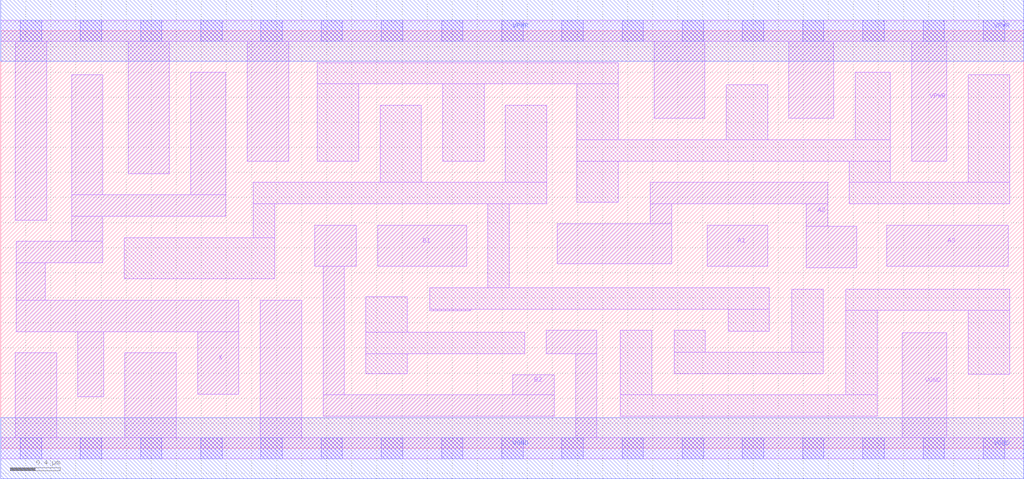
<source format=lef>
# Copyright 2020 The SkyWater PDK Authors
#
# Licensed under the Apache License, Version 2.0 (the "License");
# you may not use this file except in compliance with the License.
# You may obtain a copy of the License at
#
#     https://www.apache.org/licenses/LICENSE-2.0
#
# Unless required by applicable law or agreed to in writing, software
# distributed under the License is distributed on an "AS IS" BASIS,
# WITHOUT WARRANTIES OR CONDITIONS OF ANY KIND, either express or implied.
# See the License for the specific language governing permissions and
# limitations under the License.
#
# SPDX-License-Identifier: Apache-2.0

VERSION 5.7 ;
  NAMESCASESENSITIVE ON ;
  NOWIREEXTENSIONATPIN ON ;
  DIVIDERCHAR "/" ;
  BUSBITCHARS "[]" ;
UNITS
  DATABASE MICRONS 200 ;
END UNITS
MACRO sky130_fd_sc_ms__a32o_4
  CLASS CORE ;
  SOURCE USER ;
  FOREIGN sky130_fd_sc_ms__a32o_4 ;
  ORIGIN  0.000000  0.000000 ;
  SIZE  8.160000 BY  3.330000 ;
  SYMMETRY X Y ;
  SITE unit ;
  PIN A1
    ANTENNAGATEAREA  0.552000 ;
    DIRECTION INPUT ;
    USE SIGNAL ;
    PORT
      LAYER li1 ;
        RECT 5.635000 1.450000 6.115000 1.780000 ;
    END
  END A1
  PIN A2
    ANTENNAGATEAREA  0.552000 ;
    DIRECTION INPUT ;
    USE SIGNAL ;
    PORT
      LAYER li1 ;
        RECT 4.440000 1.470000 5.350000 1.790000 ;
        RECT 5.180000 1.790000 5.350000 1.950000 ;
        RECT 5.180000 1.950000 6.595000 2.120000 ;
        RECT 6.425000 1.440000 6.825000 1.770000 ;
        RECT 6.425000 1.770000 6.595000 1.950000 ;
    END
  END A2
  PIN A3
    ANTENNAGATEAREA  0.552000 ;
    DIRECTION INPUT ;
    USE SIGNAL ;
    PORT
      LAYER li1 ;
        RECT 7.065000 1.450000 8.035000 1.780000 ;
    END
  END A3
  PIN B1
    ANTENNAGATEAREA  0.552000 ;
    DIRECTION INPUT ;
    USE SIGNAL ;
    PORT
      LAYER li1 ;
        RECT 3.005000 1.450000 3.715000 1.780000 ;
    END
  END B1
  PIN B2
    ANTENNAGATEAREA  0.552000 ;
    DIRECTION INPUT ;
    USE SIGNAL ;
    PORT
      LAYER li1 ;
        RECT 2.505000 1.450000 2.835000 1.780000 ;
        RECT 2.570000 0.255000 4.415000 0.425000 ;
        RECT 2.570000 0.425000 2.740000 1.450000 ;
        RECT 4.085000 0.425000 4.415000 0.585000 ;
    END
  END B2
  PIN X
    ANTENNADIFFAREA  1.030300 ;
    DIRECTION OUTPUT ;
    USE SIGNAL ;
    PORT
      LAYER li1 ;
        RECT 0.125000 0.930000 1.900000 1.180000 ;
        RECT 0.125000 1.180000 0.355000 1.480000 ;
        RECT 0.125000 1.480000 0.815000 1.650000 ;
        RECT 0.565000 1.650000 0.815000 1.850000 ;
        RECT 0.565000 1.850000 1.795000 2.020000 ;
        RECT 0.565000 2.020000 0.815000 2.980000 ;
        RECT 0.615000 0.410000 0.820000 0.930000 ;
        RECT 1.515000 2.020000 1.795000 3.000000 ;
        RECT 1.570000 0.430000 1.900000 0.930000 ;
    END
  END X
  PIN VGND
    DIRECTION INOUT ;
    USE GROUND ;
    PORT
      LAYER li1 ;
        RECT 0.000000 -0.085000 8.160000 0.085000 ;
        RECT 0.115000  0.085000 0.445000 0.760000 ;
        RECT 0.990000  0.085000 1.400000 0.760000 ;
        RECT 2.070000  0.085000 2.400000 1.180000 ;
        RECT 4.350000  0.755000 4.755000 0.940000 ;
        RECT 4.585000  0.085000 4.755000 0.755000 ;
        RECT 7.190000  0.085000 7.545000 0.920000 ;
      LAYER mcon ;
        RECT 0.155000 -0.085000 0.325000 0.085000 ;
        RECT 0.635000 -0.085000 0.805000 0.085000 ;
        RECT 1.115000 -0.085000 1.285000 0.085000 ;
        RECT 1.595000 -0.085000 1.765000 0.085000 ;
        RECT 2.075000 -0.085000 2.245000 0.085000 ;
        RECT 2.555000 -0.085000 2.725000 0.085000 ;
        RECT 3.035000 -0.085000 3.205000 0.085000 ;
        RECT 3.515000 -0.085000 3.685000 0.085000 ;
        RECT 3.995000 -0.085000 4.165000 0.085000 ;
        RECT 4.475000 -0.085000 4.645000 0.085000 ;
        RECT 4.955000 -0.085000 5.125000 0.085000 ;
        RECT 5.435000 -0.085000 5.605000 0.085000 ;
        RECT 5.915000 -0.085000 6.085000 0.085000 ;
        RECT 6.395000 -0.085000 6.565000 0.085000 ;
        RECT 6.875000 -0.085000 7.045000 0.085000 ;
        RECT 7.355000 -0.085000 7.525000 0.085000 ;
        RECT 7.835000 -0.085000 8.005000 0.085000 ;
      LAYER met1 ;
        RECT 0.000000 -0.245000 8.160000 0.245000 ;
    END
  END VGND
  PIN VPWR
    DIRECTION INOUT ;
    USE POWER ;
    PORT
      LAYER li1 ;
        RECT 0.000000 3.245000 8.160000 3.415000 ;
        RECT 0.115000 1.820000 0.365000 3.245000 ;
        RECT 1.015000 2.190000 1.345000 3.245000 ;
        RECT 1.965000 2.290000 2.295000 3.245000 ;
        RECT 5.210000 2.630000 5.615000 3.245000 ;
        RECT 6.285000 2.630000 6.645000 3.245000 ;
        RECT 7.265000 2.290000 7.545000 3.245000 ;
      LAYER mcon ;
        RECT 0.155000 3.245000 0.325000 3.415000 ;
        RECT 0.635000 3.245000 0.805000 3.415000 ;
        RECT 1.115000 3.245000 1.285000 3.415000 ;
        RECT 1.595000 3.245000 1.765000 3.415000 ;
        RECT 2.075000 3.245000 2.245000 3.415000 ;
        RECT 2.555000 3.245000 2.725000 3.415000 ;
        RECT 3.035000 3.245000 3.205000 3.415000 ;
        RECT 3.515000 3.245000 3.685000 3.415000 ;
        RECT 3.995000 3.245000 4.165000 3.415000 ;
        RECT 4.475000 3.245000 4.645000 3.415000 ;
        RECT 4.955000 3.245000 5.125000 3.415000 ;
        RECT 5.435000 3.245000 5.605000 3.415000 ;
        RECT 5.915000 3.245000 6.085000 3.415000 ;
        RECT 6.395000 3.245000 6.565000 3.415000 ;
        RECT 6.875000 3.245000 7.045000 3.415000 ;
        RECT 7.355000 3.245000 7.525000 3.415000 ;
        RECT 7.835000 3.245000 8.005000 3.415000 ;
      LAYER met1 ;
        RECT 0.000000 3.085000 8.160000 3.575000 ;
    END
  END VPWR
  OBS
    LAYER li1 ;
      RECT 0.985000 1.350000 2.185000 1.680000 ;
      RECT 2.015000 1.680000 2.185000 1.950000 ;
      RECT 2.015000 1.950000 4.355000 2.120000 ;
      RECT 2.525000 2.290000 2.855000 2.905000 ;
      RECT 2.525000 2.905000 4.925000 3.075000 ;
      RECT 2.910000 0.595000 3.240000 0.755000 ;
      RECT 2.910000 0.755000 4.180000 0.925000 ;
      RECT 2.910000 0.925000 3.240000 1.210000 ;
      RECT 3.025000 2.120000 3.355000 2.735000 ;
      RECT 3.420000 1.095000 3.750000 1.110000 ;
      RECT 3.420000 1.110000 6.130000 1.280000 ;
      RECT 3.525000 2.290000 3.855000 2.905000 ;
      RECT 3.885000 1.280000 4.055000 1.950000 ;
      RECT 4.025000 2.120000 4.355000 2.735000 ;
      RECT 4.595000 1.960000 4.925000 2.290000 ;
      RECT 4.595000 2.290000 7.095000 2.460000 ;
      RECT 4.595000 2.460000 4.925000 2.905000 ;
      RECT 4.940000 0.255000 6.990000 0.425000 ;
      RECT 4.940000 0.425000 5.190000 0.940000 ;
      RECT 5.370000 0.595000 6.560000 0.765000 ;
      RECT 5.370000 0.765000 5.620000 0.940000 ;
      RECT 5.785000 2.460000 6.115000 2.900000 ;
      RECT 5.800000 0.935000 6.130000 1.110000 ;
      RECT 6.310000 0.765000 6.560000 1.270000 ;
      RECT 6.740000 0.425000 6.990000 1.100000 ;
      RECT 6.740000 1.100000 8.045000 1.270000 ;
      RECT 6.765000 1.950000 8.045000 2.120000 ;
      RECT 6.765000 2.120000 7.095000 2.290000 ;
      RECT 6.815000 2.460000 7.095000 3.000000 ;
      RECT 7.715000 0.590000 8.045000 1.100000 ;
      RECT 7.715000 2.120000 8.045000 2.980000 ;
  END
END sky130_fd_sc_ms__a32o_4

</source>
